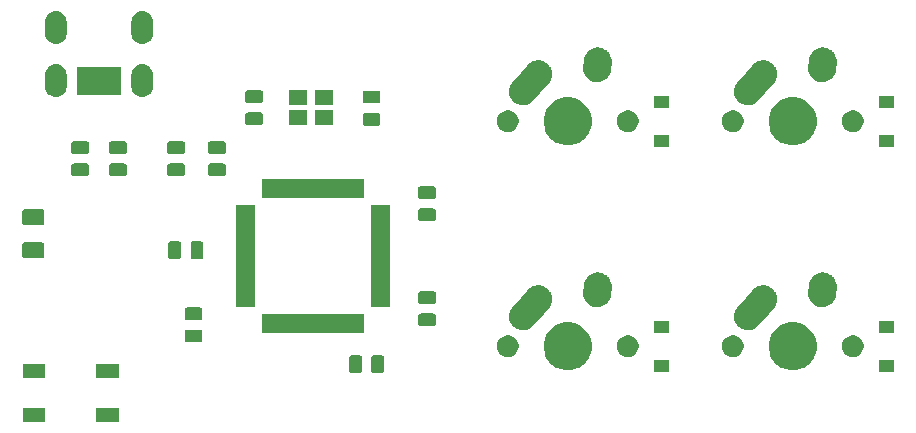
<source format=gbs>
G04 #@! TF.GenerationSoftware,KiCad,Pcbnew,(5.1.5)-3*
G04 #@! TF.CreationDate,2020-07-11T00:43:04+09:00*
G04 #@! TF.ProjectId,kicad-pcb-01,6b696361-642d-4706-9362-2d30312e6b69,rev?*
G04 #@! TF.SameCoordinates,Original*
G04 #@! TF.FileFunction,Soldermask,Bot*
G04 #@! TF.FilePolarity,Negative*
%FSLAX46Y46*%
G04 Gerber Fmt 4.6, Leading zero omitted, Abs format (unit mm)*
G04 Created by KiCad (PCBNEW (5.1.5)-3) date 2020-07-11 00:43:04*
%MOMM*%
%LPD*%
G04 APERTURE LIST*
%ADD10C,0.100000*%
G04 APERTURE END LIST*
D10*
G36*
X110413500Y-138976000D02*
G01*
X108511500Y-138976000D01*
X108511500Y-137774000D01*
X110413500Y-137774000D01*
X110413500Y-138976000D01*
G37*
G36*
X104213500Y-138976000D02*
G01*
X102311500Y-138976000D01*
X102311500Y-137774000D01*
X104213500Y-137774000D01*
X104213500Y-138976000D01*
G37*
G36*
X110413500Y-135276000D02*
G01*
X108511500Y-135276000D01*
X108511500Y-134074000D01*
X110413500Y-134074000D01*
X110413500Y-135276000D01*
G37*
G36*
X104213500Y-135276000D02*
G01*
X102311500Y-135276000D01*
X102311500Y-134074000D01*
X104213500Y-134074000D01*
X104213500Y-135276000D01*
G37*
G36*
X130847718Y-133333815D02*
G01*
X130886388Y-133345546D01*
X130922027Y-133364596D01*
X130953267Y-133390233D01*
X130978904Y-133421473D01*
X130997954Y-133457112D01*
X131009685Y-133495782D01*
X131014250Y-133542138D01*
X131014250Y-134618362D01*
X131009685Y-134664718D01*
X130997954Y-134703388D01*
X130978904Y-134739027D01*
X130953267Y-134770267D01*
X130922027Y-134795904D01*
X130886388Y-134814954D01*
X130847718Y-134826685D01*
X130801362Y-134831250D01*
X130150138Y-134831250D01*
X130103782Y-134826685D01*
X130065112Y-134814954D01*
X130029473Y-134795904D01*
X129998233Y-134770267D01*
X129972596Y-134739027D01*
X129953546Y-134703388D01*
X129941815Y-134664718D01*
X129937250Y-134618362D01*
X129937250Y-133542138D01*
X129941815Y-133495782D01*
X129953546Y-133457112D01*
X129972596Y-133421473D01*
X129998233Y-133390233D01*
X130029473Y-133364596D01*
X130065112Y-133345546D01*
X130103782Y-133333815D01*
X130150138Y-133329250D01*
X130801362Y-133329250D01*
X130847718Y-133333815D01*
G37*
G36*
X132722718Y-133333815D02*
G01*
X132761388Y-133345546D01*
X132797027Y-133364596D01*
X132828267Y-133390233D01*
X132853904Y-133421473D01*
X132872954Y-133457112D01*
X132884685Y-133495782D01*
X132889250Y-133542138D01*
X132889250Y-134618362D01*
X132884685Y-134664718D01*
X132872954Y-134703388D01*
X132853904Y-134739027D01*
X132828267Y-134770267D01*
X132797027Y-134795904D01*
X132761388Y-134814954D01*
X132722718Y-134826685D01*
X132676362Y-134831250D01*
X132025138Y-134831250D01*
X131978782Y-134826685D01*
X131940112Y-134814954D01*
X131904473Y-134795904D01*
X131873233Y-134770267D01*
X131847596Y-134739027D01*
X131828546Y-134703388D01*
X131816815Y-134664718D01*
X131812250Y-134618362D01*
X131812250Y-133542138D01*
X131816815Y-133495782D01*
X131828546Y-133457112D01*
X131847596Y-133421473D01*
X131873233Y-133390233D01*
X131904473Y-133364596D01*
X131940112Y-133345546D01*
X131978782Y-133333815D01*
X132025138Y-133329250D01*
X132676362Y-133329250D01*
X132722718Y-133333815D01*
G37*
G36*
X176069750Y-134707250D02*
G01*
X174767750Y-134707250D01*
X174767750Y-133705250D01*
X176069750Y-133705250D01*
X176069750Y-134707250D01*
G37*
G36*
X157019750Y-134707250D02*
G01*
X155717750Y-134707250D01*
X155717750Y-133705250D01*
X157019750Y-133705250D01*
X157019750Y-134707250D01*
G37*
G36*
X149027724Y-130589934D02*
G01*
X149245724Y-130680233D01*
X149399873Y-130744083D01*
X149734798Y-130967873D01*
X150019627Y-131252702D01*
X150243417Y-131587627D01*
X150275812Y-131665836D01*
X150397566Y-131959776D01*
X150476150Y-132354844D01*
X150476150Y-132757656D01*
X150397566Y-133152724D01*
X150322303Y-133334424D01*
X150243417Y-133524873D01*
X150019627Y-133859798D01*
X149734798Y-134144627D01*
X149399873Y-134368417D01*
X149245724Y-134432267D01*
X149027724Y-134522566D01*
X148632656Y-134601150D01*
X148229844Y-134601150D01*
X147834776Y-134522566D01*
X147616776Y-134432267D01*
X147462627Y-134368417D01*
X147127702Y-134144627D01*
X146842873Y-133859798D01*
X146619083Y-133524873D01*
X146540197Y-133334424D01*
X146464934Y-133152724D01*
X146386350Y-132757656D01*
X146386350Y-132354844D01*
X146464934Y-131959776D01*
X146586688Y-131665836D01*
X146619083Y-131587627D01*
X146842873Y-131252702D01*
X147127702Y-130967873D01*
X147462627Y-130744083D01*
X147616776Y-130680233D01*
X147834776Y-130589934D01*
X148229844Y-130511350D01*
X148632656Y-130511350D01*
X149027724Y-130589934D01*
G37*
G36*
X168077724Y-130589934D02*
G01*
X168295724Y-130680233D01*
X168449873Y-130744083D01*
X168784798Y-130967873D01*
X169069627Y-131252702D01*
X169293417Y-131587627D01*
X169325812Y-131665836D01*
X169447566Y-131959776D01*
X169526150Y-132354844D01*
X169526150Y-132757656D01*
X169447566Y-133152724D01*
X169372303Y-133334424D01*
X169293417Y-133524873D01*
X169069627Y-133859798D01*
X168784798Y-134144627D01*
X168449873Y-134368417D01*
X168295724Y-134432267D01*
X168077724Y-134522566D01*
X167682656Y-134601150D01*
X167279844Y-134601150D01*
X166884776Y-134522566D01*
X166666776Y-134432267D01*
X166512627Y-134368417D01*
X166177702Y-134144627D01*
X165892873Y-133859798D01*
X165669083Y-133524873D01*
X165590197Y-133334424D01*
X165514934Y-133152724D01*
X165436350Y-132757656D01*
X165436350Y-132354844D01*
X165514934Y-131959776D01*
X165636688Y-131665836D01*
X165669083Y-131587627D01*
X165892873Y-131252702D01*
X166177702Y-130967873D01*
X166512627Y-130744083D01*
X166666776Y-130680233D01*
X166884776Y-130589934D01*
X167279844Y-130511350D01*
X167682656Y-130511350D01*
X168077724Y-130589934D01*
G37*
G36*
X143621354Y-131665835D02*
G01*
X143789876Y-131735639D01*
X143941541Y-131836978D01*
X144070522Y-131965959D01*
X144171861Y-132117624D01*
X144241665Y-132286146D01*
X144277250Y-132465047D01*
X144277250Y-132647453D01*
X144241665Y-132826354D01*
X144171861Y-132994876D01*
X144070522Y-133146541D01*
X143941541Y-133275522D01*
X143789876Y-133376861D01*
X143621354Y-133446665D01*
X143442453Y-133482250D01*
X143260047Y-133482250D01*
X143081146Y-133446665D01*
X142912624Y-133376861D01*
X142760959Y-133275522D01*
X142631978Y-133146541D01*
X142530639Y-132994876D01*
X142460835Y-132826354D01*
X142425250Y-132647453D01*
X142425250Y-132465047D01*
X142460835Y-132286146D01*
X142530639Y-132117624D01*
X142631978Y-131965959D01*
X142760959Y-131836978D01*
X142912624Y-131735639D01*
X143081146Y-131665835D01*
X143260047Y-131630250D01*
X143442453Y-131630250D01*
X143621354Y-131665835D01*
G37*
G36*
X153781354Y-131665835D02*
G01*
X153949876Y-131735639D01*
X154101541Y-131836978D01*
X154230522Y-131965959D01*
X154331861Y-132117624D01*
X154401665Y-132286146D01*
X154437250Y-132465047D01*
X154437250Y-132647453D01*
X154401665Y-132826354D01*
X154331861Y-132994876D01*
X154230522Y-133146541D01*
X154101541Y-133275522D01*
X153949876Y-133376861D01*
X153781354Y-133446665D01*
X153602453Y-133482250D01*
X153420047Y-133482250D01*
X153241146Y-133446665D01*
X153072624Y-133376861D01*
X152920959Y-133275522D01*
X152791978Y-133146541D01*
X152690639Y-132994876D01*
X152620835Y-132826354D01*
X152585250Y-132647453D01*
X152585250Y-132465047D01*
X152620835Y-132286146D01*
X152690639Y-132117624D01*
X152791978Y-131965959D01*
X152920959Y-131836978D01*
X153072624Y-131735639D01*
X153241146Y-131665835D01*
X153420047Y-131630250D01*
X153602453Y-131630250D01*
X153781354Y-131665835D01*
G37*
G36*
X162671354Y-131665835D02*
G01*
X162839876Y-131735639D01*
X162991541Y-131836978D01*
X163120522Y-131965959D01*
X163221861Y-132117624D01*
X163291665Y-132286146D01*
X163327250Y-132465047D01*
X163327250Y-132647453D01*
X163291665Y-132826354D01*
X163221861Y-132994876D01*
X163120522Y-133146541D01*
X162991541Y-133275522D01*
X162839876Y-133376861D01*
X162671354Y-133446665D01*
X162492453Y-133482250D01*
X162310047Y-133482250D01*
X162131146Y-133446665D01*
X161962624Y-133376861D01*
X161810959Y-133275522D01*
X161681978Y-133146541D01*
X161580639Y-132994876D01*
X161510835Y-132826354D01*
X161475250Y-132647453D01*
X161475250Y-132465047D01*
X161510835Y-132286146D01*
X161580639Y-132117624D01*
X161681978Y-131965959D01*
X161810959Y-131836978D01*
X161962624Y-131735639D01*
X162131146Y-131665835D01*
X162310047Y-131630250D01*
X162492453Y-131630250D01*
X162671354Y-131665835D01*
G37*
G36*
X172831354Y-131665835D02*
G01*
X172999876Y-131735639D01*
X173151541Y-131836978D01*
X173280522Y-131965959D01*
X173381861Y-132117624D01*
X173451665Y-132286146D01*
X173487250Y-132465047D01*
X173487250Y-132647453D01*
X173451665Y-132826354D01*
X173381861Y-132994876D01*
X173280522Y-133146541D01*
X173151541Y-133275522D01*
X172999876Y-133376861D01*
X172831354Y-133446665D01*
X172652453Y-133482250D01*
X172470047Y-133482250D01*
X172291146Y-133446665D01*
X172122624Y-133376861D01*
X171970959Y-133275522D01*
X171841978Y-133146541D01*
X171740639Y-132994876D01*
X171670835Y-132826354D01*
X171635250Y-132647453D01*
X171635250Y-132465047D01*
X171670835Y-132286146D01*
X171740639Y-132117624D01*
X171841978Y-131965959D01*
X171970959Y-131836978D01*
X172122624Y-131735639D01*
X172291146Y-131665835D01*
X172470047Y-131630250D01*
X172652453Y-131630250D01*
X172831354Y-131665835D01*
G37*
G36*
X117329218Y-131150065D02*
G01*
X117367888Y-131161796D01*
X117403527Y-131180846D01*
X117434767Y-131206483D01*
X117460404Y-131237723D01*
X117479454Y-131273362D01*
X117491185Y-131312032D01*
X117495750Y-131358388D01*
X117495750Y-132009612D01*
X117491185Y-132055968D01*
X117479454Y-132094638D01*
X117460404Y-132130277D01*
X117434767Y-132161517D01*
X117403527Y-132187154D01*
X117367888Y-132206204D01*
X117329218Y-132217935D01*
X117282862Y-132222500D01*
X116206638Y-132222500D01*
X116160282Y-132217935D01*
X116121612Y-132206204D01*
X116085973Y-132187154D01*
X116054733Y-132161517D01*
X116029096Y-132130277D01*
X116010046Y-132094638D01*
X115998315Y-132055968D01*
X115993750Y-132009612D01*
X115993750Y-131358388D01*
X115998315Y-131312032D01*
X116010046Y-131273362D01*
X116029096Y-131237723D01*
X116054733Y-131206483D01*
X116085973Y-131180846D01*
X116121612Y-131161796D01*
X116160282Y-131150065D01*
X116206638Y-131145500D01*
X117282862Y-131145500D01*
X117329218Y-131150065D01*
G37*
G36*
X131167250Y-131437250D02*
G01*
X122515250Y-131437250D01*
X122515250Y-129835250D01*
X131167250Y-129835250D01*
X131167250Y-131437250D01*
G37*
G36*
X157019750Y-131407250D02*
G01*
X155717750Y-131407250D01*
X155717750Y-130405250D01*
X157019750Y-130405250D01*
X157019750Y-131407250D01*
G37*
G36*
X176069750Y-131407250D02*
G01*
X174767750Y-131407250D01*
X174767750Y-130405250D01*
X176069750Y-130405250D01*
X176069750Y-131407250D01*
G37*
G36*
X145954455Y-127380131D02*
G01*
X145959895Y-127380250D01*
X146047078Y-127380250D01*
X146063347Y-127383486D01*
X146082206Y-127385765D01*
X146098782Y-127386496D01*
X146183473Y-127407260D01*
X146188768Y-127408434D01*
X146274277Y-127425443D01*
X146289612Y-127431795D01*
X146307651Y-127437705D01*
X146323771Y-127441657D01*
X146402754Y-127478530D01*
X146407744Y-127480727D01*
X146488295Y-127514092D01*
X146502091Y-127523310D01*
X146518643Y-127532632D01*
X146533676Y-127539650D01*
X146603944Y-127591221D01*
X146608442Y-127594372D01*
X146680906Y-127642791D01*
X146692633Y-127654518D01*
X146707059Y-127666898D01*
X146720429Y-127676711D01*
X146720430Y-127676712D01*
X146779271Y-127740983D01*
X146783079Y-127744964D01*
X146844709Y-127806594D01*
X146853924Y-127820385D01*
X146865646Y-127835328D01*
X146876855Y-127847571D01*
X146922049Y-127922124D01*
X146924996Y-127926751D01*
X146973408Y-127999205D01*
X146979755Y-128014527D01*
X146988342Y-128031481D01*
X146996941Y-128045667D01*
X147026728Y-128127618D01*
X147028702Y-128132698D01*
X147062057Y-128213223D01*
X147062057Y-128213224D01*
X147065291Y-128229483D01*
X147070408Y-128247792D01*
X147076075Y-128263384D01*
X147089305Y-128349595D01*
X147090251Y-128354963D01*
X147107250Y-128440423D01*
X147107250Y-128457002D01*
X147108694Y-128475942D01*
X147111213Y-128492354D01*
X147107370Y-128579499D01*
X147107250Y-128584939D01*
X147107250Y-128672075D01*
X147104016Y-128688333D01*
X147101738Y-128707191D01*
X147101006Y-128723781D01*
X147080238Y-128808487D01*
X147079062Y-128813787D01*
X147062057Y-128899277D01*
X147055707Y-128914607D01*
X147049799Y-128932643D01*
X147045845Y-128948770D01*
X147008961Y-129027776D01*
X147006761Y-129032773D01*
X146973408Y-129113295D01*
X146964194Y-129127085D01*
X146954872Y-129143637D01*
X146947852Y-129158674D01*
X146896261Y-129228970D01*
X146893116Y-129233460D01*
X146844711Y-129305904D01*
X146787710Y-129362905D01*
X146783061Y-129367813D01*
X146398375Y-129796546D01*
X145457973Y-130844626D01*
X145329929Y-130961852D01*
X145230880Y-131021896D01*
X145131833Y-131081939D01*
X144914116Y-131161073D01*
X144685145Y-131196211D01*
X144453720Y-131186004D01*
X144228731Y-131130843D01*
X144123977Y-131081939D01*
X144018829Y-131032852D01*
X143922088Y-130961852D01*
X143832073Y-130895789D01*
X143755247Y-130811873D01*
X143675648Y-130724929D01*
X143593814Y-130589935D01*
X143555561Y-130526833D01*
X143476427Y-130309116D01*
X143441289Y-130080145D01*
X143451496Y-129848720D01*
X143506657Y-129623731D01*
X143570386Y-129487222D01*
X143604648Y-129413830D01*
X143616000Y-129398362D01*
X143707364Y-129273872D01*
X144462495Y-128432277D01*
X144994037Y-127839871D01*
X145004931Y-127825839D01*
X145017789Y-127806596D01*
X145074823Y-127749562D01*
X145079473Y-127744653D01*
X145094528Y-127727874D01*
X145115951Y-127708261D01*
X145119932Y-127704453D01*
X145181596Y-127642789D01*
X145195393Y-127633570D01*
X145210352Y-127621835D01*
X145222571Y-127610648D01*
X145254635Y-127591211D01*
X145297080Y-127565481D01*
X145301671Y-127562558D01*
X145374205Y-127514092D01*
X145389550Y-127507736D01*
X145406498Y-127499151D01*
X145420666Y-127490562D01*
X145420667Y-127490562D01*
X145420668Y-127490561D01*
X145502562Y-127460795D01*
X145507660Y-127458813D01*
X145588223Y-127425443D01*
X145604502Y-127422205D01*
X145622792Y-127417094D01*
X145638385Y-127411427D01*
X145724550Y-127398204D01*
X145729913Y-127397259D01*
X145815423Y-127380250D01*
X145832016Y-127380250D01*
X145850959Y-127378805D01*
X145867356Y-127376289D01*
X145954455Y-127380131D01*
G37*
G36*
X165004455Y-127380131D02*
G01*
X165009895Y-127380250D01*
X165097078Y-127380250D01*
X165113347Y-127383486D01*
X165132206Y-127385765D01*
X165148782Y-127386496D01*
X165233473Y-127407260D01*
X165238768Y-127408434D01*
X165324277Y-127425443D01*
X165339612Y-127431795D01*
X165357651Y-127437705D01*
X165373771Y-127441657D01*
X165452754Y-127478530D01*
X165457744Y-127480727D01*
X165538295Y-127514092D01*
X165552091Y-127523310D01*
X165568643Y-127532632D01*
X165583676Y-127539650D01*
X165653944Y-127591221D01*
X165658442Y-127594372D01*
X165730906Y-127642791D01*
X165742633Y-127654518D01*
X165757059Y-127666898D01*
X165770429Y-127676711D01*
X165770430Y-127676712D01*
X165829271Y-127740983D01*
X165833079Y-127744964D01*
X165894709Y-127806594D01*
X165903924Y-127820385D01*
X165915646Y-127835328D01*
X165926855Y-127847571D01*
X165972049Y-127922124D01*
X165974996Y-127926751D01*
X166023408Y-127999205D01*
X166029755Y-128014527D01*
X166038342Y-128031481D01*
X166046941Y-128045667D01*
X166076728Y-128127618D01*
X166078702Y-128132698D01*
X166112057Y-128213223D01*
X166112057Y-128213224D01*
X166115291Y-128229483D01*
X166120408Y-128247792D01*
X166126075Y-128263384D01*
X166139305Y-128349595D01*
X166140251Y-128354963D01*
X166157250Y-128440423D01*
X166157250Y-128457002D01*
X166158694Y-128475942D01*
X166161213Y-128492354D01*
X166157370Y-128579499D01*
X166157250Y-128584939D01*
X166157250Y-128672075D01*
X166154016Y-128688333D01*
X166151738Y-128707191D01*
X166151006Y-128723781D01*
X166130238Y-128808487D01*
X166129062Y-128813787D01*
X166112057Y-128899277D01*
X166105707Y-128914607D01*
X166099799Y-128932643D01*
X166095845Y-128948770D01*
X166058961Y-129027776D01*
X166056761Y-129032773D01*
X166023408Y-129113295D01*
X166014194Y-129127085D01*
X166004872Y-129143637D01*
X165997852Y-129158674D01*
X165946261Y-129228970D01*
X165943116Y-129233460D01*
X165894711Y-129305904D01*
X165837710Y-129362905D01*
X165833061Y-129367813D01*
X165448375Y-129796546D01*
X164507973Y-130844626D01*
X164379929Y-130961852D01*
X164280880Y-131021896D01*
X164181833Y-131081939D01*
X163964116Y-131161073D01*
X163735145Y-131196211D01*
X163503720Y-131186004D01*
X163278731Y-131130843D01*
X163173977Y-131081939D01*
X163068829Y-131032852D01*
X162972088Y-130961852D01*
X162882073Y-130895789D01*
X162805247Y-130811873D01*
X162725648Y-130724929D01*
X162643814Y-130589935D01*
X162605561Y-130526833D01*
X162526427Y-130309116D01*
X162491289Y-130080145D01*
X162501496Y-129848720D01*
X162556657Y-129623731D01*
X162620386Y-129487222D01*
X162654648Y-129413830D01*
X162666000Y-129398362D01*
X162757364Y-129273872D01*
X163512495Y-128432277D01*
X164044037Y-127839871D01*
X164054931Y-127825839D01*
X164067789Y-127806596D01*
X164124823Y-127749562D01*
X164129473Y-127744653D01*
X164144528Y-127727874D01*
X164165951Y-127708261D01*
X164169932Y-127704453D01*
X164231596Y-127642789D01*
X164245393Y-127633570D01*
X164260352Y-127621835D01*
X164272571Y-127610648D01*
X164304635Y-127591211D01*
X164347080Y-127565481D01*
X164351671Y-127562558D01*
X164424205Y-127514092D01*
X164439550Y-127507736D01*
X164456498Y-127499151D01*
X164470666Y-127490562D01*
X164470667Y-127490562D01*
X164470668Y-127490561D01*
X164552562Y-127460795D01*
X164557660Y-127458813D01*
X164638223Y-127425443D01*
X164654502Y-127422205D01*
X164672792Y-127417094D01*
X164688385Y-127411427D01*
X164774550Y-127398204D01*
X164779913Y-127397259D01*
X164865423Y-127380250D01*
X164882016Y-127380250D01*
X164900959Y-127378805D01*
X164917356Y-127376289D01*
X165004455Y-127380131D01*
G37*
G36*
X137109468Y-129784815D02*
G01*
X137148138Y-129796546D01*
X137183777Y-129815596D01*
X137215017Y-129841233D01*
X137240654Y-129872473D01*
X137259704Y-129908112D01*
X137271435Y-129946782D01*
X137276000Y-129993138D01*
X137276000Y-130644362D01*
X137271435Y-130690718D01*
X137259704Y-130729388D01*
X137240654Y-130765027D01*
X137215017Y-130796267D01*
X137183777Y-130821904D01*
X137148138Y-130840954D01*
X137109468Y-130852685D01*
X137063112Y-130857250D01*
X135986888Y-130857250D01*
X135940532Y-130852685D01*
X135901862Y-130840954D01*
X135866223Y-130821904D01*
X135834983Y-130796267D01*
X135809346Y-130765027D01*
X135790296Y-130729388D01*
X135778565Y-130690718D01*
X135774000Y-130644362D01*
X135774000Y-129993138D01*
X135778565Y-129946782D01*
X135790296Y-129908112D01*
X135809346Y-129872473D01*
X135834983Y-129841233D01*
X135866223Y-129815596D01*
X135901862Y-129796546D01*
X135940532Y-129784815D01*
X135986888Y-129780250D01*
X137063112Y-129780250D01*
X137109468Y-129784815D01*
G37*
G36*
X117329218Y-129275065D02*
G01*
X117367888Y-129286796D01*
X117403527Y-129305846D01*
X117434767Y-129331483D01*
X117460404Y-129362723D01*
X117479454Y-129398362D01*
X117491185Y-129437032D01*
X117495750Y-129483388D01*
X117495750Y-130134612D01*
X117491185Y-130180968D01*
X117479454Y-130219638D01*
X117460404Y-130255277D01*
X117434767Y-130286517D01*
X117403527Y-130312154D01*
X117367888Y-130331204D01*
X117329218Y-130342935D01*
X117282862Y-130347500D01*
X116206638Y-130347500D01*
X116160282Y-130342935D01*
X116121612Y-130331204D01*
X116085973Y-130312154D01*
X116054733Y-130286517D01*
X116029096Y-130255277D01*
X116010046Y-130219638D01*
X115998315Y-130180968D01*
X115993750Y-130134612D01*
X115993750Y-129483388D01*
X115998315Y-129437032D01*
X116010046Y-129398362D01*
X116029096Y-129362723D01*
X116054733Y-129331483D01*
X116085973Y-129305846D01*
X116121612Y-129286796D01*
X116160282Y-129275065D01*
X116206638Y-129270500D01*
X117282862Y-129270500D01*
X117329218Y-129275065D01*
G37*
G36*
X133342250Y-129262250D02*
G01*
X131740250Y-129262250D01*
X131740250Y-120610250D01*
X133342250Y-120610250D01*
X133342250Y-129262250D01*
G37*
G36*
X121942250Y-129262250D02*
G01*
X120340250Y-129262250D01*
X120340250Y-120610250D01*
X121942250Y-120610250D01*
X121942250Y-129262250D01*
G37*
G36*
X170109377Y-126298511D02*
G01*
X170130150Y-126300250D01*
X170137077Y-126300250D01*
X170232004Y-126319132D01*
X170235598Y-126319792D01*
X170330980Y-126335874D01*
X170337453Y-126338335D01*
X170357478Y-126344091D01*
X170364277Y-126345443D01*
X170426664Y-126371284D01*
X170453693Y-126382480D01*
X170457094Y-126383831D01*
X170547505Y-126418211D01*
X170553377Y-126421890D01*
X170571886Y-126431437D01*
X170578295Y-126434092D01*
X170658813Y-126487892D01*
X170661804Y-126489828D01*
X170743807Y-126541209D01*
X170748834Y-126545950D01*
X170765146Y-126558941D01*
X170770902Y-126562787D01*
X170839360Y-126631245D01*
X170841939Y-126633749D01*
X170912340Y-126700139D01*
X170916345Y-126705769D01*
X170929809Y-126721694D01*
X170934709Y-126726594D01*
X170988494Y-126807089D01*
X170990541Y-126810057D01*
X171046630Y-126888895D01*
X171049464Y-126895208D01*
X171059558Y-126913443D01*
X171063408Y-126919205D01*
X171100470Y-127008680D01*
X171101874Y-127011935D01*
X171141515Y-127100223D01*
X171143065Y-127106975D01*
X171149402Y-127126812D01*
X171152057Y-127133223D01*
X171170942Y-127228167D01*
X171171688Y-127231651D01*
X171193348Y-127326001D01*
X171193348Y-127326004D01*
X171193550Y-127332904D01*
X171195897Y-127353620D01*
X171197250Y-127360424D01*
X171197250Y-127457236D01*
X171197303Y-127460834D01*
X171198438Y-127499527D01*
X171197545Y-127512475D01*
X171197250Y-127521047D01*
X171197250Y-127592076D01*
X171191331Y-127621835D01*
X171190854Y-127624229D01*
X171188750Y-127640000D01*
X171150488Y-128194795D01*
X171121626Y-128365980D01*
X171039288Y-128582505D01*
X170916291Y-128778807D01*
X170757361Y-128947340D01*
X170568605Y-129081630D01*
X170357277Y-129176515D01*
X170131499Y-129228348D01*
X169899948Y-129235139D01*
X169899947Y-129235139D01*
X169854262Y-129227436D01*
X169671520Y-129196626D01*
X169454995Y-129114288D01*
X169258693Y-128991291D01*
X169090160Y-128832361D01*
X168955870Y-128643605D01*
X168860985Y-128432277D01*
X168809152Y-128206499D01*
X168804062Y-128032973D01*
X168844954Y-127440044D01*
X168845250Y-127431446D01*
X168845250Y-127360425D01*
X168864132Y-127265500D01*
X168864794Y-127261895D01*
X168870481Y-127228167D01*
X168880874Y-127166520D01*
X168883335Y-127160049D01*
X168889092Y-127140017D01*
X168890443Y-127133224D01*
X168893093Y-127126826D01*
X168927514Y-127043726D01*
X168928803Y-127040480D01*
X168963212Y-126949995D01*
X168966886Y-126944131D01*
X168976437Y-126925615D01*
X168979092Y-126919205D01*
X169032907Y-126838665D01*
X169034827Y-126835699D01*
X169086209Y-126753693D01*
X169090961Y-126748654D01*
X169103939Y-126732357D01*
X169107787Y-126726598D01*
X169176243Y-126658142D01*
X169178796Y-126655512D01*
X169199273Y-126633798D01*
X169245139Y-126585160D01*
X169250771Y-126581153D01*
X169266697Y-126567688D01*
X169271596Y-126562789D01*
X169352074Y-126509016D01*
X169355056Y-126506960D01*
X169433895Y-126450870D01*
X169440205Y-126448037D01*
X169458444Y-126437941D01*
X169464201Y-126434094D01*
X169464204Y-126434093D01*
X169464205Y-126434092D01*
X169553679Y-126397031D01*
X169556937Y-126395625D01*
X169645223Y-126355985D01*
X169651975Y-126354435D01*
X169671812Y-126348098D01*
X169678223Y-126345443D01*
X169773149Y-126326561D01*
X169776696Y-126325801D01*
X169871001Y-126304151D01*
X169873380Y-126304081D01*
X169877915Y-126303948D01*
X169898631Y-126301601D01*
X169905424Y-126300250D01*
X170002209Y-126300250D01*
X170005834Y-126300197D01*
X170102552Y-126297360D01*
X170109377Y-126298511D01*
G37*
G36*
X151059377Y-126298511D02*
G01*
X151080150Y-126300250D01*
X151087077Y-126300250D01*
X151182004Y-126319132D01*
X151185598Y-126319792D01*
X151280980Y-126335874D01*
X151287453Y-126338335D01*
X151307478Y-126344091D01*
X151314277Y-126345443D01*
X151376664Y-126371284D01*
X151403693Y-126382480D01*
X151407094Y-126383831D01*
X151497505Y-126418211D01*
X151503377Y-126421890D01*
X151521886Y-126431437D01*
X151528295Y-126434092D01*
X151608813Y-126487892D01*
X151611804Y-126489828D01*
X151693807Y-126541209D01*
X151698834Y-126545950D01*
X151715146Y-126558941D01*
X151720902Y-126562787D01*
X151789360Y-126631245D01*
X151791939Y-126633749D01*
X151862340Y-126700139D01*
X151866345Y-126705769D01*
X151879809Y-126721694D01*
X151884709Y-126726594D01*
X151938494Y-126807089D01*
X151940541Y-126810057D01*
X151996630Y-126888895D01*
X151999464Y-126895208D01*
X152009558Y-126913443D01*
X152013408Y-126919205D01*
X152050470Y-127008680D01*
X152051874Y-127011935D01*
X152091515Y-127100223D01*
X152093065Y-127106975D01*
X152099402Y-127126812D01*
X152102057Y-127133223D01*
X152120942Y-127228167D01*
X152121688Y-127231651D01*
X152143348Y-127326001D01*
X152143348Y-127326004D01*
X152143550Y-127332904D01*
X152145897Y-127353620D01*
X152147250Y-127360424D01*
X152147250Y-127457236D01*
X152147303Y-127460834D01*
X152148438Y-127499527D01*
X152147545Y-127512475D01*
X152147250Y-127521047D01*
X152147250Y-127592076D01*
X152141331Y-127621835D01*
X152140854Y-127624229D01*
X152138750Y-127640000D01*
X152100488Y-128194795D01*
X152071626Y-128365980D01*
X151989288Y-128582505D01*
X151866291Y-128778807D01*
X151707361Y-128947340D01*
X151518605Y-129081630D01*
X151307277Y-129176515D01*
X151081499Y-129228348D01*
X150849948Y-129235139D01*
X150849947Y-129235139D01*
X150804262Y-129227436D01*
X150621520Y-129196626D01*
X150404995Y-129114288D01*
X150208693Y-128991291D01*
X150040160Y-128832361D01*
X149905870Y-128643605D01*
X149810985Y-128432277D01*
X149759152Y-128206499D01*
X149754062Y-128032973D01*
X149794954Y-127440044D01*
X149795250Y-127431446D01*
X149795250Y-127360425D01*
X149814132Y-127265500D01*
X149814794Y-127261895D01*
X149820481Y-127228167D01*
X149830874Y-127166520D01*
X149833335Y-127160049D01*
X149839092Y-127140017D01*
X149840443Y-127133224D01*
X149843093Y-127126826D01*
X149877514Y-127043726D01*
X149878803Y-127040480D01*
X149913212Y-126949995D01*
X149916886Y-126944131D01*
X149926437Y-126925615D01*
X149929092Y-126919205D01*
X149982907Y-126838665D01*
X149984827Y-126835699D01*
X150036209Y-126753693D01*
X150040961Y-126748654D01*
X150053939Y-126732357D01*
X150057787Y-126726598D01*
X150126243Y-126658142D01*
X150128796Y-126655512D01*
X150149273Y-126633798D01*
X150195139Y-126585160D01*
X150200771Y-126581153D01*
X150216697Y-126567688D01*
X150221596Y-126562789D01*
X150302074Y-126509016D01*
X150305056Y-126506960D01*
X150383895Y-126450870D01*
X150390205Y-126448037D01*
X150408444Y-126437941D01*
X150414201Y-126434094D01*
X150414204Y-126434093D01*
X150414205Y-126434092D01*
X150503679Y-126397031D01*
X150506937Y-126395625D01*
X150595223Y-126355985D01*
X150601975Y-126354435D01*
X150621812Y-126348098D01*
X150628223Y-126345443D01*
X150723149Y-126326561D01*
X150726696Y-126325801D01*
X150821001Y-126304151D01*
X150823380Y-126304081D01*
X150827915Y-126303948D01*
X150848631Y-126301601D01*
X150855424Y-126300250D01*
X150952209Y-126300250D01*
X150955834Y-126300197D01*
X151052552Y-126297360D01*
X151059377Y-126298511D01*
G37*
G36*
X137109468Y-127909815D02*
G01*
X137148138Y-127921546D01*
X137183777Y-127940596D01*
X137215017Y-127966233D01*
X137240654Y-127997473D01*
X137259704Y-128033112D01*
X137271435Y-128071782D01*
X137276000Y-128118138D01*
X137276000Y-128769362D01*
X137271435Y-128815718D01*
X137259704Y-128854388D01*
X137240654Y-128890027D01*
X137215017Y-128921267D01*
X137183777Y-128946904D01*
X137148138Y-128965954D01*
X137109468Y-128977685D01*
X137063112Y-128982250D01*
X135986888Y-128982250D01*
X135940532Y-128977685D01*
X135901862Y-128965954D01*
X135866223Y-128946904D01*
X135834983Y-128921267D01*
X135809346Y-128890027D01*
X135790296Y-128854388D01*
X135778565Y-128815718D01*
X135774000Y-128769362D01*
X135774000Y-128118138D01*
X135778565Y-128071782D01*
X135790296Y-128033112D01*
X135809346Y-127997473D01*
X135834983Y-127966233D01*
X135866223Y-127940596D01*
X135901862Y-127921546D01*
X135940532Y-127909815D01*
X135986888Y-127905250D01*
X137063112Y-127905250D01*
X137109468Y-127909815D01*
G37*
G36*
X117404218Y-123681815D02*
G01*
X117442888Y-123693546D01*
X117478527Y-123712596D01*
X117509767Y-123738233D01*
X117535404Y-123769473D01*
X117554454Y-123805112D01*
X117566185Y-123843782D01*
X117570750Y-123890138D01*
X117570750Y-124966362D01*
X117566185Y-125012718D01*
X117554454Y-125051388D01*
X117535404Y-125087027D01*
X117509767Y-125118267D01*
X117478527Y-125143904D01*
X117442888Y-125162954D01*
X117404218Y-125174685D01*
X117357862Y-125179250D01*
X116706638Y-125179250D01*
X116660282Y-125174685D01*
X116621612Y-125162954D01*
X116585973Y-125143904D01*
X116554733Y-125118267D01*
X116529096Y-125087027D01*
X116510046Y-125051388D01*
X116498315Y-125012718D01*
X116493750Y-124966362D01*
X116493750Y-123890138D01*
X116498315Y-123843782D01*
X116510046Y-123805112D01*
X116529096Y-123769473D01*
X116554733Y-123738233D01*
X116585973Y-123712596D01*
X116621612Y-123693546D01*
X116660282Y-123681815D01*
X116706638Y-123677250D01*
X117357862Y-123677250D01*
X117404218Y-123681815D01*
G37*
G36*
X115529218Y-123681815D02*
G01*
X115567888Y-123693546D01*
X115603527Y-123712596D01*
X115634767Y-123738233D01*
X115660404Y-123769473D01*
X115679454Y-123805112D01*
X115691185Y-123843782D01*
X115695750Y-123890138D01*
X115695750Y-124966362D01*
X115691185Y-125012718D01*
X115679454Y-125051388D01*
X115660404Y-125087027D01*
X115634767Y-125118267D01*
X115603527Y-125143904D01*
X115567888Y-125162954D01*
X115529218Y-125174685D01*
X115482862Y-125179250D01*
X114831638Y-125179250D01*
X114785282Y-125174685D01*
X114746612Y-125162954D01*
X114710973Y-125143904D01*
X114679733Y-125118267D01*
X114654096Y-125087027D01*
X114635046Y-125051388D01*
X114623315Y-125012718D01*
X114618750Y-124966362D01*
X114618750Y-123890138D01*
X114623315Y-123843782D01*
X114635046Y-123805112D01*
X114654096Y-123769473D01*
X114679733Y-123738233D01*
X114710973Y-123712596D01*
X114746612Y-123693546D01*
X114785282Y-123681815D01*
X114831638Y-123677250D01*
X115482862Y-123677250D01*
X115529218Y-123681815D01*
G37*
G36*
X103956104Y-123759597D02*
G01*
X103992644Y-123770682D01*
X104026321Y-123788683D01*
X104055841Y-123812909D01*
X104080067Y-123842429D01*
X104098068Y-123876106D01*
X104109153Y-123912646D01*
X104113500Y-123956788D01*
X104113500Y-124905712D01*
X104109153Y-124949854D01*
X104098068Y-124986394D01*
X104080067Y-125020071D01*
X104055841Y-125049591D01*
X104026321Y-125073817D01*
X103992644Y-125091818D01*
X103956104Y-125102903D01*
X103911962Y-125107250D01*
X102463038Y-125107250D01*
X102418896Y-125102903D01*
X102382356Y-125091818D01*
X102348679Y-125073817D01*
X102319159Y-125049591D01*
X102294933Y-125020071D01*
X102276932Y-124986394D01*
X102265847Y-124949854D01*
X102261500Y-124905712D01*
X102261500Y-123956788D01*
X102265847Y-123912646D01*
X102276932Y-123876106D01*
X102294933Y-123842429D01*
X102319159Y-123812909D01*
X102348679Y-123788683D01*
X102382356Y-123770682D01*
X102418896Y-123759597D01*
X102463038Y-123755250D01*
X103911962Y-123755250D01*
X103956104Y-123759597D01*
G37*
G36*
X103956104Y-120959597D02*
G01*
X103992644Y-120970682D01*
X104026321Y-120988683D01*
X104055841Y-121012909D01*
X104080067Y-121042429D01*
X104098068Y-121076106D01*
X104109153Y-121112646D01*
X104113500Y-121156788D01*
X104113500Y-122105712D01*
X104109153Y-122149854D01*
X104098068Y-122186394D01*
X104080067Y-122220071D01*
X104055841Y-122249591D01*
X104026321Y-122273817D01*
X103992644Y-122291818D01*
X103956104Y-122302903D01*
X103911962Y-122307250D01*
X102463038Y-122307250D01*
X102418896Y-122302903D01*
X102382356Y-122291818D01*
X102348679Y-122273817D01*
X102319159Y-122249591D01*
X102294933Y-122220071D01*
X102276932Y-122186394D01*
X102265847Y-122149854D01*
X102261500Y-122105712D01*
X102261500Y-121156788D01*
X102265847Y-121112646D01*
X102276932Y-121076106D01*
X102294933Y-121042429D01*
X102319159Y-121012909D01*
X102348679Y-120988683D01*
X102382356Y-120970682D01*
X102418896Y-120959597D01*
X102463038Y-120955250D01*
X103911962Y-120955250D01*
X103956104Y-120959597D01*
G37*
G36*
X137077718Y-120894815D02*
G01*
X137116388Y-120906546D01*
X137152027Y-120925596D01*
X137183267Y-120951233D01*
X137208904Y-120982473D01*
X137227954Y-121018112D01*
X137239685Y-121056782D01*
X137244250Y-121103138D01*
X137244250Y-121754362D01*
X137239685Y-121800718D01*
X137227954Y-121839388D01*
X137208904Y-121875027D01*
X137183267Y-121906267D01*
X137152027Y-121931904D01*
X137116388Y-121950954D01*
X137077718Y-121962685D01*
X137031362Y-121967250D01*
X135955138Y-121967250D01*
X135908782Y-121962685D01*
X135870112Y-121950954D01*
X135834473Y-121931904D01*
X135803233Y-121906267D01*
X135777596Y-121875027D01*
X135758546Y-121839388D01*
X135746815Y-121800718D01*
X135742250Y-121754362D01*
X135742250Y-121103138D01*
X135746815Y-121056782D01*
X135758546Y-121018112D01*
X135777596Y-120982473D01*
X135803233Y-120951233D01*
X135834473Y-120925596D01*
X135870112Y-120906546D01*
X135908782Y-120894815D01*
X135955138Y-120890250D01*
X137031362Y-120890250D01*
X137077718Y-120894815D01*
G37*
G36*
X137077718Y-119019815D02*
G01*
X137116388Y-119031546D01*
X137152027Y-119050596D01*
X137183267Y-119076233D01*
X137208904Y-119107473D01*
X137227954Y-119143112D01*
X137239685Y-119181782D01*
X137244250Y-119228138D01*
X137244250Y-119879362D01*
X137239685Y-119925718D01*
X137227954Y-119964388D01*
X137208904Y-120000027D01*
X137183267Y-120031267D01*
X137152027Y-120056904D01*
X137116388Y-120075954D01*
X137077718Y-120087685D01*
X137031362Y-120092250D01*
X135955138Y-120092250D01*
X135908782Y-120087685D01*
X135870112Y-120075954D01*
X135834473Y-120056904D01*
X135803233Y-120031267D01*
X135777596Y-120000027D01*
X135758546Y-119964388D01*
X135746815Y-119925718D01*
X135742250Y-119879362D01*
X135742250Y-119228138D01*
X135746815Y-119181782D01*
X135758546Y-119143112D01*
X135777596Y-119107473D01*
X135803233Y-119076233D01*
X135834473Y-119050596D01*
X135870112Y-119031546D01*
X135908782Y-119019815D01*
X135955138Y-119015250D01*
X137031362Y-119015250D01*
X137077718Y-119019815D01*
G37*
G36*
X131167250Y-120037250D02*
G01*
X122515250Y-120037250D01*
X122515250Y-118435250D01*
X131167250Y-118435250D01*
X131167250Y-120037250D01*
G37*
G36*
X119297718Y-117084815D02*
G01*
X119336388Y-117096546D01*
X119372027Y-117115596D01*
X119403267Y-117141233D01*
X119428904Y-117172473D01*
X119447954Y-117208112D01*
X119459685Y-117246782D01*
X119464250Y-117293138D01*
X119464250Y-117944362D01*
X119459685Y-117990718D01*
X119447954Y-118029388D01*
X119428904Y-118065027D01*
X119403267Y-118096267D01*
X119372027Y-118121904D01*
X119336388Y-118140954D01*
X119297718Y-118152685D01*
X119251362Y-118157250D01*
X118175138Y-118157250D01*
X118128782Y-118152685D01*
X118090112Y-118140954D01*
X118054473Y-118121904D01*
X118023233Y-118096267D01*
X117997596Y-118065027D01*
X117978546Y-118029388D01*
X117966815Y-117990718D01*
X117962250Y-117944362D01*
X117962250Y-117293138D01*
X117966815Y-117246782D01*
X117978546Y-117208112D01*
X117997596Y-117172473D01*
X118023233Y-117141233D01*
X118054473Y-117115596D01*
X118090112Y-117096546D01*
X118128782Y-117084815D01*
X118175138Y-117080250D01*
X119251362Y-117080250D01*
X119297718Y-117084815D01*
G37*
G36*
X115868718Y-117084815D02*
G01*
X115907388Y-117096546D01*
X115943027Y-117115596D01*
X115974267Y-117141233D01*
X115999904Y-117172473D01*
X116018954Y-117208112D01*
X116030685Y-117246782D01*
X116035250Y-117293138D01*
X116035250Y-117944362D01*
X116030685Y-117990718D01*
X116018954Y-118029388D01*
X115999904Y-118065027D01*
X115974267Y-118096267D01*
X115943027Y-118121904D01*
X115907388Y-118140954D01*
X115868718Y-118152685D01*
X115822362Y-118157250D01*
X114746138Y-118157250D01*
X114699782Y-118152685D01*
X114661112Y-118140954D01*
X114625473Y-118121904D01*
X114594233Y-118096267D01*
X114568596Y-118065027D01*
X114549546Y-118029388D01*
X114537815Y-117990718D01*
X114533250Y-117944362D01*
X114533250Y-117293138D01*
X114537815Y-117246782D01*
X114549546Y-117208112D01*
X114568596Y-117172473D01*
X114594233Y-117141233D01*
X114625473Y-117115596D01*
X114661112Y-117096546D01*
X114699782Y-117084815D01*
X114746138Y-117080250D01*
X115822362Y-117080250D01*
X115868718Y-117084815D01*
G37*
G36*
X107740718Y-117084815D02*
G01*
X107779388Y-117096546D01*
X107815027Y-117115596D01*
X107846267Y-117141233D01*
X107871904Y-117172473D01*
X107890954Y-117208112D01*
X107902685Y-117246782D01*
X107907250Y-117293138D01*
X107907250Y-117944362D01*
X107902685Y-117990718D01*
X107890954Y-118029388D01*
X107871904Y-118065027D01*
X107846267Y-118096267D01*
X107815027Y-118121904D01*
X107779388Y-118140954D01*
X107740718Y-118152685D01*
X107694362Y-118157250D01*
X106618138Y-118157250D01*
X106571782Y-118152685D01*
X106533112Y-118140954D01*
X106497473Y-118121904D01*
X106466233Y-118096267D01*
X106440596Y-118065027D01*
X106421546Y-118029388D01*
X106409815Y-117990718D01*
X106405250Y-117944362D01*
X106405250Y-117293138D01*
X106409815Y-117246782D01*
X106421546Y-117208112D01*
X106440596Y-117172473D01*
X106466233Y-117141233D01*
X106497473Y-117115596D01*
X106533112Y-117096546D01*
X106571782Y-117084815D01*
X106618138Y-117080250D01*
X107694362Y-117080250D01*
X107740718Y-117084815D01*
G37*
G36*
X110915718Y-117084815D02*
G01*
X110954388Y-117096546D01*
X110990027Y-117115596D01*
X111021267Y-117141233D01*
X111046904Y-117172473D01*
X111065954Y-117208112D01*
X111077685Y-117246782D01*
X111082250Y-117293138D01*
X111082250Y-117944362D01*
X111077685Y-117990718D01*
X111065954Y-118029388D01*
X111046904Y-118065027D01*
X111021267Y-118096267D01*
X110990027Y-118121904D01*
X110954388Y-118140954D01*
X110915718Y-118152685D01*
X110869362Y-118157250D01*
X109793138Y-118157250D01*
X109746782Y-118152685D01*
X109708112Y-118140954D01*
X109672473Y-118121904D01*
X109641233Y-118096267D01*
X109615596Y-118065027D01*
X109596546Y-118029388D01*
X109584815Y-117990718D01*
X109580250Y-117944362D01*
X109580250Y-117293138D01*
X109584815Y-117246782D01*
X109596546Y-117208112D01*
X109615596Y-117172473D01*
X109641233Y-117141233D01*
X109672473Y-117115596D01*
X109708112Y-117096546D01*
X109746782Y-117084815D01*
X109793138Y-117080250D01*
X110869362Y-117080250D01*
X110915718Y-117084815D01*
G37*
G36*
X115868718Y-115209815D02*
G01*
X115907388Y-115221546D01*
X115943027Y-115240596D01*
X115974267Y-115266233D01*
X115999904Y-115297473D01*
X116018954Y-115333112D01*
X116030685Y-115371782D01*
X116035250Y-115418138D01*
X116035250Y-116069362D01*
X116030685Y-116115718D01*
X116018954Y-116154388D01*
X115999904Y-116190027D01*
X115974267Y-116221267D01*
X115943027Y-116246904D01*
X115907388Y-116265954D01*
X115868718Y-116277685D01*
X115822362Y-116282250D01*
X114746138Y-116282250D01*
X114699782Y-116277685D01*
X114661112Y-116265954D01*
X114625473Y-116246904D01*
X114594233Y-116221267D01*
X114568596Y-116190027D01*
X114549546Y-116154388D01*
X114537815Y-116115718D01*
X114533250Y-116069362D01*
X114533250Y-115418138D01*
X114537815Y-115371782D01*
X114549546Y-115333112D01*
X114568596Y-115297473D01*
X114594233Y-115266233D01*
X114625473Y-115240596D01*
X114661112Y-115221546D01*
X114699782Y-115209815D01*
X114746138Y-115205250D01*
X115822362Y-115205250D01*
X115868718Y-115209815D01*
G37*
G36*
X110915718Y-115209815D02*
G01*
X110954388Y-115221546D01*
X110990027Y-115240596D01*
X111021267Y-115266233D01*
X111046904Y-115297473D01*
X111065954Y-115333112D01*
X111077685Y-115371782D01*
X111082250Y-115418138D01*
X111082250Y-116069362D01*
X111077685Y-116115718D01*
X111065954Y-116154388D01*
X111046904Y-116190027D01*
X111021267Y-116221267D01*
X110990027Y-116246904D01*
X110954388Y-116265954D01*
X110915718Y-116277685D01*
X110869362Y-116282250D01*
X109793138Y-116282250D01*
X109746782Y-116277685D01*
X109708112Y-116265954D01*
X109672473Y-116246904D01*
X109641233Y-116221267D01*
X109615596Y-116190027D01*
X109596546Y-116154388D01*
X109584815Y-116115718D01*
X109580250Y-116069362D01*
X109580250Y-115418138D01*
X109584815Y-115371782D01*
X109596546Y-115333112D01*
X109615596Y-115297473D01*
X109641233Y-115266233D01*
X109672473Y-115240596D01*
X109708112Y-115221546D01*
X109746782Y-115209815D01*
X109793138Y-115205250D01*
X110869362Y-115205250D01*
X110915718Y-115209815D01*
G37*
G36*
X119297718Y-115209815D02*
G01*
X119336388Y-115221546D01*
X119372027Y-115240596D01*
X119403267Y-115266233D01*
X119428904Y-115297473D01*
X119447954Y-115333112D01*
X119459685Y-115371782D01*
X119464250Y-115418138D01*
X119464250Y-116069362D01*
X119459685Y-116115718D01*
X119447954Y-116154388D01*
X119428904Y-116190027D01*
X119403267Y-116221267D01*
X119372027Y-116246904D01*
X119336388Y-116265954D01*
X119297718Y-116277685D01*
X119251362Y-116282250D01*
X118175138Y-116282250D01*
X118128782Y-116277685D01*
X118090112Y-116265954D01*
X118054473Y-116246904D01*
X118023233Y-116221267D01*
X117997596Y-116190027D01*
X117978546Y-116154388D01*
X117966815Y-116115718D01*
X117962250Y-116069362D01*
X117962250Y-115418138D01*
X117966815Y-115371782D01*
X117978546Y-115333112D01*
X117997596Y-115297473D01*
X118023233Y-115266233D01*
X118054473Y-115240596D01*
X118090112Y-115221546D01*
X118128782Y-115209815D01*
X118175138Y-115205250D01*
X119251362Y-115205250D01*
X119297718Y-115209815D01*
G37*
G36*
X107740718Y-115209815D02*
G01*
X107779388Y-115221546D01*
X107815027Y-115240596D01*
X107846267Y-115266233D01*
X107871904Y-115297473D01*
X107890954Y-115333112D01*
X107902685Y-115371782D01*
X107907250Y-115418138D01*
X107907250Y-116069362D01*
X107902685Y-116115718D01*
X107890954Y-116154388D01*
X107871904Y-116190027D01*
X107846267Y-116221267D01*
X107815027Y-116246904D01*
X107779388Y-116265954D01*
X107740718Y-116277685D01*
X107694362Y-116282250D01*
X106618138Y-116282250D01*
X106571782Y-116277685D01*
X106533112Y-116265954D01*
X106497473Y-116246904D01*
X106466233Y-116221267D01*
X106440596Y-116190027D01*
X106421546Y-116154388D01*
X106409815Y-116115718D01*
X106405250Y-116069362D01*
X106405250Y-115418138D01*
X106409815Y-115371782D01*
X106421546Y-115333112D01*
X106440596Y-115297473D01*
X106466233Y-115266233D01*
X106497473Y-115240596D01*
X106533112Y-115221546D01*
X106571782Y-115209815D01*
X106618138Y-115205250D01*
X107694362Y-115205250D01*
X107740718Y-115209815D01*
G37*
G36*
X176069750Y-115657250D02*
G01*
X174767750Y-115657250D01*
X174767750Y-114655250D01*
X176069750Y-114655250D01*
X176069750Y-115657250D01*
G37*
G36*
X157019750Y-115657250D02*
G01*
X155717750Y-115657250D01*
X155717750Y-114655250D01*
X157019750Y-114655250D01*
X157019750Y-115657250D01*
G37*
G36*
X168077724Y-111539934D02*
G01*
X168295724Y-111630233D01*
X168449873Y-111694083D01*
X168784798Y-111917873D01*
X169069627Y-112202702D01*
X169293417Y-112537627D01*
X169325812Y-112615836D01*
X169447566Y-112909776D01*
X169526150Y-113304844D01*
X169526150Y-113707656D01*
X169447566Y-114102724D01*
X169396701Y-114225522D01*
X169293417Y-114474873D01*
X169069627Y-114809798D01*
X168784798Y-115094627D01*
X168449873Y-115318417D01*
X168321810Y-115371462D01*
X168077724Y-115472566D01*
X167682656Y-115551150D01*
X167279844Y-115551150D01*
X166884776Y-115472566D01*
X166640690Y-115371462D01*
X166512627Y-115318417D01*
X166177702Y-115094627D01*
X165892873Y-114809798D01*
X165669083Y-114474873D01*
X165565799Y-114225522D01*
X165514934Y-114102724D01*
X165436350Y-113707656D01*
X165436350Y-113304844D01*
X165514934Y-112909776D01*
X165636688Y-112615836D01*
X165669083Y-112537627D01*
X165892873Y-112202702D01*
X166177702Y-111917873D01*
X166512627Y-111694083D01*
X166666776Y-111630233D01*
X166884776Y-111539934D01*
X167279844Y-111461350D01*
X167682656Y-111461350D01*
X168077724Y-111539934D01*
G37*
G36*
X149027724Y-111539934D02*
G01*
X149245724Y-111630233D01*
X149399873Y-111694083D01*
X149734798Y-111917873D01*
X150019627Y-112202702D01*
X150243417Y-112537627D01*
X150275812Y-112615836D01*
X150397566Y-112909776D01*
X150476150Y-113304844D01*
X150476150Y-113707656D01*
X150397566Y-114102724D01*
X150346701Y-114225522D01*
X150243417Y-114474873D01*
X150019627Y-114809798D01*
X149734798Y-115094627D01*
X149399873Y-115318417D01*
X149271810Y-115371462D01*
X149027724Y-115472566D01*
X148632656Y-115551150D01*
X148229844Y-115551150D01*
X147834776Y-115472566D01*
X147590690Y-115371462D01*
X147462627Y-115318417D01*
X147127702Y-115094627D01*
X146842873Y-114809798D01*
X146619083Y-114474873D01*
X146515799Y-114225522D01*
X146464934Y-114102724D01*
X146386350Y-113707656D01*
X146386350Y-113304844D01*
X146464934Y-112909776D01*
X146586688Y-112615836D01*
X146619083Y-112537627D01*
X146842873Y-112202702D01*
X147127702Y-111917873D01*
X147462627Y-111694083D01*
X147616776Y-111630233D01*
X147834776Y-111539934D01*
X148229844Y-111461350D01*
X148632656Y-111461350D01*
X149027724Y-111539934D01*
G37*
G36*
X172831354Y-112615835D02*
G01*
X172999876Y-112685639D01*
X173151541Y-112786978D01*
X173280522Y-112915959D01*
X173381861Y-113067624D01*
X173451665Y-113236146D01*
X173487250Y-113415047D01*
X173487250Y-113597453D01*
X173451665Y-113776354D01*
X173381861Y-113944876D01*
X173280522Y-114096541D01*
X173151541Y-114225522D01*
X172999876Y-114326861D01*
X172831354Y-114396665D01*
X172652453Y-114432250D01*
X172470047Y-114432250D01*
X172291146Y-114396665D01*
X172122624Y-114326861D01*
X171970959Y-114225522D01*
X171841978Y-114096541D01*
X171740639Y-113944876D01*
X171670835Y-113776354D01*
X171635250Y-113597453D01*
X171635250Y-113415047D01*
X171670835Y-113236146D01*
X171740639Y-113067624D01*
X171841978Y-112915959D01*
X171970959Y-112786978D01*
X172122624Y-112685639D01*
X172291146Y-112615835D01*
X172470047Y-112580250D01*
X172652453Y-112580250D01*
X172831354Y-112615835D01*
G37*
G36*
X162671354Y-112615835D02*
G01*
X162839876Y-112685639D01*
X162991541Y-112786978D01*
X163120522Y-112915959D01*
X163221861Y-113067624D01*
X163291665Y-113236146D01*
X163327250Y-113415047D01*
X163327250Y-113597453D01*
X163291665Y-113776354D01*
X163221861Y-113944876D01*
X163120522Y-114096541D01*
X162991541Y-114225522D01*
X162839876Y-114326861D01*
X162671354Y-114396665D01*
X162492453Y-114432250D01*
X162310047Y-114432250D01*
X162131146Y-114396665D01*
X161962624Y-114326861D01*
X161810959Y-114225522D01*
X161681978Y-114096541D01*
X161580639Y-113944876D01*
X161510835Y-113776354D01*
X161475250Y-113597453D01*
X161475250Y-113415047D01*
X161510835Y-113236146D01*
X161580639Y-113067624D01*
X161681978Y-112915959D01*
X161810959Y-112786978D01*
X161962624Y-112685639D01*
X162131146Y-112615835D01*
X162310047Y-112580250D01*
X162492453Y-112580250D01*
X162671354Y-112615835D01*
G37*
G36*
X143621354Y-112615835D02*
G01*
X143789876Y-112685639D01*
X143941541Y-112786978D01*
X144070522Y-112915959D01*
X144171861Y-113067624D01*
X144241665Y-113236146D01*
X144277250Y-113415047D01*
X144277250Y-113597453D01*
X144241665Y-113776354D01*
X144171861Y-113944876D01*
X144070522Y-114096541D01*
X143941541Y-114225522D01*
X143789876Y-114326861D01*
X143621354Y-114396665D01*
X143442453Y-114432250D01*
X143260047Y-114432250D01*
X143081146Y-114396665D01*
X142912624Y-114326861D01*
X142760959Y-114225522D01*
X142631978Y-114096541D01*
X142530639Y-113944876D01*
X142460835Y-113776354D01*
X142425250Y-113597453D01*
X142425250Y-113415047D01*
X142460835Y-113236146D01*
X142530639Y-113067624D01*
X142631978Y-112915959D01*
X142760959Y-112786978D01*
X142912624Y-112685639D01*
X143081146Y-112615835D01*
X143260047Y-112580250D01*
X143442453Y-112580250D01*
X143621354Y-112615835D01*
G37*
G36*
X153781354Y-112615835D02*
G01*
X153949876Y-112685639D01*
X154101541Y-112786978D01*
X154230522Y-112915959D01*
X154331861Y-113067624D01*
X154401665Y-113236146D01*
X154437250Y-113415047D01*
X154437250Y-113597453D01*
X154401665Y-113776354D01*
X154331861Y-113944876D01*
X154230522Y-114096541D01*
X154101541Y-114225522D01*
X153949876Y-114326861D01*
X153781354Y-114396665D01*
X153602453Y-114432250D01*
X153420047Y-114432250D01*
X153241146Y-114396665D01*
X153072624Y-114326861D01*
X152920959Y-114225522D01*
X152791978Y-114096541D01*
X152690639Y-113944876D01*
X152620835Y-113776354D01*
X152585250Y-113597453D01*
X152585250Y-113415047D01*
X152620835Y-113236146D01*
X152690639Y-113067624D01*
X152791978Y-112915959D01*
X152920959Y-112786978D01*
X153072624Y-112685639D01*
X153241146Y-112615835D01*
X153420047Y-112580250D01*
X153602453Y-112580250D01*
X153781354Y-112615835D01*
G37*
G36*
X132410468Y-112798565D02*
G01*
X132449138Y-112810296D01*
X132484777Y-112829346D01*
X132516017Y-112854983D01*
X132541654Y-112886223D01*
X132560704Y-112921862D01*
X132572435Y-112960532D01*
X132577000Y-113006888D01*
X132577000Y-113658112D01*
X132572435Y-113704468D01*
X132560704Y-113743138D01*
X132541654Y-113778777D01*
X132516017Y-113810017D01*
X132484777Y-113835654D01*
X132449138Y-113854704D01*
X132410468Y-113866435D01*
X132364112Y-113871000D01*
X131287888Y-113871000D01*
X131241532Y-113866435D01*
X131202862Y-113854704D01*
X131167223Y-113835654D01*
X131135983Y-113810017D01*
X131110346Y-113778777D01*
X131091296Y-113743138D01*
X131079565Y-113704468D01*
X131075000Y-113658112D01*
X131075000Y-113006888D01*
X131079565Y-112960532D01*
X131091296Y-112921862D01*
X131110346Y-112886223D01*
X131135983Y-112854983D01*
X131167223Y-112829346D01*
X131202862Y-112810296D01*
X131241532Y-112798565D01*
X131287888Y-112794000D01*
X132364112Y-112794000D01*
X132410468Y-112798565D01*
G37*
G36*
X126365250Y-113864250D02*
G01*
X124863250Y-113864250D01*
X124863250Y-112562250D01*
X126365250Y-112562250D01*
X126365250Y-113864250D01*
G37*
G36*
X128565250Y-113864250D02*
G01*
X127063250Y-113864250D01*
X127063250Y-112562250D01*
X128565250Y-112562250D01*
X128565250Y-113864250D01*
G37*
G36*
X122472718Y-112766815D02*
G01*
X122511388Y-112778546D01*
X122547027Y-112797596D01*
X122578267Y-112823233D01*
X122603904Y-112854473D01*
X122622954Y-112890112D01*
X122634685Y-112928782D01*
X122639250Y-112975138D01*
X122639250Y-113626362D01*
X122634685Y-113672718D01*
X122622954Y-113711388D01*
X122603904Y-113747027D01*
X122578267Y-113778267D01*
X122547027Y-113803904D01*
X122511388Y-113822954D01*
X122472718Y-113834685D01*
X122426362Y-113839250D01*
X121350138Y-113839250D01*
X121303782Y-113834685D01*
X121265112Y-113822954D01*
X121229473Y-113803904D01*
X121198233Y-113778267D01*
X121172596Y-113747027D01*
X121153546Y-113711388D01*
X121141815Y-113672718D01*
X121137250Y-113626362D01*
X121137250Y-112975138D01*
X121141815Y-112928782D01*
X121153546Y-112890112D01*
X121172596Y-112854473D01*
X121198233Y-112823233D01*
X121229473Y-112797596D01*
X121265112Y-112778546D01*
X121303782Y-112766815D01*
X121350138Y-112762250D01*
X122426362Y-112762250D01*
X122472718Y-112766815D01*
G37*
G36*
X176069750Y-112357250D02*
G01*
X174767750Y-112357250D01*
X174767750Y-111355250D01*
X176069750Y-111355250D01*
X176069750Y-112357250D01*
G37*
G36*
X157019750Y-112357250D02*
G01*
X155717750Y-112357250D01*
X155717750Y-111355250D01*
X157019750Y-111355250D01*
X157019750Y-112357250D01*
G37*
G36*
X128565250Y-112164250D02*
G01*
X127063250Y-112164250D01*
X127063250Y-110862250D01*
X128565250Y-110862250D01*
X128565250Y-112164250D01*
G37*
G36*
X126365250Y-112164250D02*
G01*
X124863250Y-112164250D01*
X124863250Y-110862250D01*
X126365250Y-110862250D01*
X126365250Y-112164250D01*
G37*
G36*
X165004455Y-108330131D02*
G01*
X165009895Y-108330250D01*
X165097078Y-108330250D01*
X165113347Y-108333486D01*
X165132206Y-108335765D01*
X165148782Y-108336496D01*
X165233473Y-108357260D01*
X165238768Y-108358434D01*
X165324277Y-108375443D01*
X165339612Y-108381795D01*
X165357651Y-108387705D01*
X165373771Y-108391657D01*
X165452754Y-108428530D01*
X165457744Y-108430727D01*
X165538295Y-108464092D01*
X165552091Y-108473310D01*
X165568643Y-108482632D01*
X165583676Y-108489650D01*
X165653944Y-108541221D01*
X165658442Y-108544372D01*
X165730906Y-108592791D01*
X165742633Y-108604518D01*
X165757059Y-108616898D01*
X165770429Y-108626711D01*
X165819937Y-108680787D01*
X165829271Y-108690983D01*
X165833079Y-108694964D01*
X165894709Y-108756594D01*
X165903924Y-108770385D01*
X165915646Y-108785328D01*
X165926855Y-108797571D01*
X165972049Y-108872124D01*
X165974996Y-108876751D01*
X166023408Y-108949205D01*
X166029755Y-108964527D01*
X166038342Y-108981481D01*
X166046941Y-108995667D01*
X166076728Y-109077618D01*
X166078702Y-109082698D01*
X166112057Y-109163223D01*
X166112057Y-109163224D01*
X166115291Y-109179483D01*
X166120408Y-109197792D01*
X166126075Y-109213384D01*
X166139305Y-109299595D01*
X166140251Y-109304963D01*
X166157250Y-109390423D01*
X166157250Y-109407002D01*
X166158694Y-109425942D01*
X166161213Y-109442354D01*
X166157370Y-109529499D01*
X166157250Y-109534939D01*
X166157250Y-109622075D01*
X166154016Y-109638333D01*
X166151738Y-109657191D01*
X166151006Y-109673781D01*
X166130238Y-109758487D01*
X166129062Y-109763787D01*
X166112057Y-109849277D01*
X166105707Y-109864607D01*
X166099799Y-109882643D01*
X166095845Y-109898770D01*
X166058961Y-109977776D01*
X166056761Y-109982773D01*
X166023408Y-110063295D01*
X166014194Y-110077085D01*
X166004872Y-110093637D01*
X165997852Y-110108674D01*
X165946261Y-110178970D01*
X165943116Y-110183460D01*
X165894711Y-110255904D01*
X165837710Y-110312905D01*
X165833061Y-110317813D01*
X165099182Y-111135722D01*
X164507973Y-111794626D01*
X164379929Y-111911852D01*
X164280881Y-111971895D01*
X164181833Y-112031939D01*
X163964116Y-112111073D01*
X163735145Y-112146211D01*
X163503720Y-112136004D01*
X163278731Y-112080843D01*
X163173977Y-112031939D01*
X163068829Y-111982852D01*
X163003652Y-111935017D01*
X162882073Y-111845789D01*
X162792114Y-111747528D01*
X162725648Y-111674929D01*
X162643814Y-111539935D01*
X162605561Y-111476833D01*
X162526427Y-111259116D01*
X162491289Y-111030145D01*
X162501496Y-110798720D01*
X162556657Y-110573731D01*
X162608222Y-110463278D01*
X162654648Y-110363830D01*
X162654650Y-110363827D01*
X162757364Y-110223872D01*
X163503659Y-109392125D01*
X164044037Y-108789871D01*
X164054931Y-108775839D01*
X164067789Y-108756596D01*
X164124823Y-108699562D01*
X164129473Y-108694653D01*
X164144528Y-108677874D01*
X164165951Y-108658261D01*
X164169932Y-108654453D01*
X164231596Y-108592789D01*
X164245393Y-108583570D01*
X164260352Y-108571835D01*
X164272571Y-108560648D01*
X164304635Y-108541211D01*
X164347080Y-108515481D01*
X164351671Y-108512558D01*
X164424205Y-108464092D01*
X164439550Y-108457736D01*
X164456498Y-108449151D01*
X164470666Y-108440562D01*
X164470667Y-108440562D01*
X164470668Y-108440561D01*
X164552562Y-108410795D01*
X164557660Y-108408813D01*
X164638223Y-108375443D01*
X164654502Y-108372205D01*
X164672792Y-108367094D01*
X164688385Y-108361427D01*
X164774550Y-108348204D01*
X164779913Y-108347259D01*
X164865423Y-108330250D01*
X164882016Y-108330250D01*
X164900959Y-108328805D01*
X164917356Y-108326289D01*
X165004455Y-108330131D01*
G37*
G36*
X145954455Y-108330131D02*
G01*
X145959895Y-108330250D01*
X146047078Y-108330250D01*
X146063347Y-108333486D01*
X146082206Y-108335765D01*
X146098782Y-108336496D01*
X146183473Y-108357260D01*
X146188768Y-108358434D01*
X146274277Y-108375443D01*
X146289612Y-108381795D01*
X146307651Y-108387705D01*
X146323771Y-108391657D01*
X146402754Y-108428530D01*
X146407744Y-108430727D01*
X146488295Y-108464092D01*
X146502091Y-108473310D01*
X146518643Y-108482632D01*
X146533676Y-108489650D01*
X146603944Y-108541221D01*
X146608442Y-108544372D01*
X146680906Y-108592791D01*
X146692633Y-108604518D01*
X146707059Y-108616898D01*
X146720429Y-108626711D01*
X146769937Y-108680787D01*
X146779271Y-108690983D01*
X146783079Y-108694964D01*
X146844709Y-108756594D01*
X146853924Y-108770385D01*
X146865646Y-108785328D01*
X146876855Y-108797571D01*
X146922049Y-108872124D01*
X146924996Y-108876751D01*
X146973408Y-108949205D01*
X146979755Y-108964527D01*
X146988342Y-108981481D01*
X146996941Y-108995667D01*
X147026728Y-109077618D01*
X147028702Y-109082698D01*
X147062057Y-109163223D01*
X147062057Y-109163224D01*
X147065291Y-109179483D01*
X147070408Y-109197792D01*
X147076075Y-109213384D01*
X147089305Y-109299595D01*
X147090251Y-109304963D01*
X147107250Y-109390423D01*
X147107250Y-109407002D01*
X147108694Y-109425942D01*
X147111213Y-109442354D01*
X147107370Y-109529499D01*
X147107250Y-109534939D01*
X147107250Y-109622075D01*
X147104016Y-109638333D01*
X147101738Y-109657191D01*
X147101006Y-109673781D01*
X147080238Y-109758487D01*
X147079062Y-109763787D01*
X147062057Y-109849277D01*
X147055707Y-109864607D01*
X147049799Y-109882643D01*
X147045845Y-109898770D01*
X147008961Y-109977776D01*
X147006761Y-109982773D01*
X146973408Y-110063295D01*
X146964194Y-110077085D01*
X146954872Y-110093637D01*
X146947852Y-110108674D01*
X146896261Y-110178970D01*
X146893116Y-110183460D01*
X146844711Y-110255904D01*
X146787710Y-110312905D01*
X146783061Y-110317813D01*
X146049182Y-111135722D01*
X145457973Y-111794626D01*
X145329929Y-111911852D01*
X145230881Y-111971895D01*
X145131833Y-112031939D01*
X144914116Y-112111073D01*
X144685145Y-112146211D01*
X144453720Y-112136004D01*
X144228731Y-112080843D01*
X144123977Y-112031939D01*
X144018829Y-111982852D01*
X143953652Y-111935017D01*
X143832073Y-111845789D01*
X143742114Y-111747528D01*
X143675648Y-111674929D01*
X143593814Y-111539935D01*
X143555561Y-111476833D01*
X143476427Y-111259116D01*
X143441289Y-111030145D01*
X143451496Y-110798720D01*
X143506657Y-110573731D01*
X143558222Y-110463278D01*
X143604648Y-110363830D01*
X143604650Y-110363827D01*
X143707364Y-110223872D01*
X144453659Y-109392125D01*
X144994037Y-108789871D01*
X145004931Y-108775839D01*
X145017789Y-108756596D01*
X145074823Y-108699562D01*
X145079473Y-108694653D01*
X145094528Y-108677874D01*
X145115951Y-108658261D01*
X145119932Y-108654453D01*
X145181596Y-108592789D01*
X145195393Y-108583570D01*
X145210352Y-108571835D01*
X145222571Y-108560648D01*
X145254635Y-108541211D01*
X145297080Y-108515481D01*
X145301671Y-108512558D01*
X145374205Y-108464092D01*
X145389550Y-108457736D01*
X145406498Y-108449151D01*
X145420666Y-108440562D01*
X145420667Y-108440562D01*
X145420668Y-108440561D01*
X145502562Y-108410795D01*
X145507660Y-108408813D01*
X145588223Y-108375443D01*
X145604502Y-108372205D01*
X145622792Y-108367094D01*
X145638385Y-108361427D01*
X145724550Y-108348204D01*
X145729913Y-108347259D01*
X145815423Y-108330250D01*
X145832016Y-108330250D01*
X145850959Y-108328805D01*
X145867356Y-108326289D01*
X145954455Y-108330131D01*
G37*
G36*
X132410468Y-110923565D02*
G01*
X132449138Y-110935296D01*
X132484777Y-110954346D01*
X132516017Y-110979983D01*
X132541654Y-111011223D01*
X132560704Y-111046862D01*
X132572435Y-111085532D01*
X132577000Y-111131888D01*
X132577000Y-111783112D01*
X132572435Y-111829468D01*
X132560704Y-111868138D01*
X132541654Y-111903777D01*
X132516017Y-111935017D01*
X132484777Y-111960654D01*
X132449138Y-111979704D01*
X132410468Y-111991435D01*
X132364112Y-111996000D01*
X131287888Y-111996000D01*
X131241532Y-111991435D01*
X131202862Y-111979704D01*
X131167223Y-111960654D01*
X131135983Y-111935017D01*
X131110346Y-111903777D01*
X131091296Y-111868138D01*
X131079565Y-111829468D01*
X131075000Y-111783112D01*
X131075000Y-111131888D01*
X131079565Y-111085532D01*
X131091296Y-111046862D01*
X131110346Y-111011223D01*
X131135983Y-110979983D01*
X131167223Y-110954346D01*
X131202862Y-110935296D01*
X131241532Y-110923565D01*
X131287888Y-110919000D01*
X132364112Y-110919000D01*
X132410468Y-110923565D01*
G37*
G36*
X122472718Y-110891815D02*
G01*
X122511388Y-110903546D01*
X122547027Y-110922596D01*
X122578267Y-110948233D01*
X122603904Y-110979473D01*
X122622954Y-111015112D01*
X122634685Y-111053782D01*
X122639250Y-111100138D01*
X122639250Y-111751362D01*
X122634685Y-111797718D01*
X122622954Y-111836388D01*
X122603904Y-111872027D01*
X122578267Y-111903267D01*
X122547027Y-111928904D01*
X122511388Y-111947954D01*
X122472718Y-111959685D01*
X122426362Y-111964250D01*
X121350138Y-111964250D01*
X121303782Y-111959685D01*
X121265112Y-111947954D01*
X121229473Y-111928904D01*
X121198233Y-111903267D01*
X121172596Y-111872027D01*
X121153546Y-111836388D01*
X121141815Y-111797718D01*
X121137250Y-111751362D01*
X121137250Y-111100138D01*
X121141815Y-111053782D01*
X121153546Y-111015112D01*
X121172596Y-110979473D01*
X121198233Y-110948233D01*
X121229473Y-110922596D01*
X121265112Y-110903546D01*
X121303782Y-110891815D01*
X121350138Y-110887250D01*
X122426362Y-110887250D01*
X122472718Y-110891815D01*
G37*
G36*
X112570377Y-108680787D02*
G01*
X112740216Y-108732307D01*
X112896741Y-108815972D01*
X112932479Y-108845302D01*
X113033936Y-108928564D01*
X113089004Y-108995666D01*
X113146528Y-109065759D01*
X113230193Y-109222284D01*
X113281713Y-109392123D01*
X113281713Y-109392125D01*
X113294750Y-109524490D01*
X113294750Y-110613010D01*
X113288232Y-110679192D01*
X113281713Y-110745377D01*
X113230193Y-110915216D01*
X113146528Y-111071741D01*
X113117198Y-111107479D01*
X113033936Y-111208936D01*
X112896739Y-111321529D01*
X112740217Y-111405192D01*
X112740215Y-111405193D01*
X112570376Y-111456713D01*
X112393750Y-111474109D01*
X112217123Y-111456713D01*
X112047284Y-111405193D01*
X111890759Y-111321528D01*
X111814716Y-111259121D01*
X111753564Y-111208936D01*
X111640971Y-111071739D01*
X111557308Y-110915217D01*
X111555041Y-110907745D01*
X111505787Y-110745376D01*
X111492750Y-110613007D01*
X111492751Y-109524492D01*
X111505788Y-109392123D01*
X111557308Y-109222284D01*
X111640973Y-109065759D01*
X111698497Y-108995666D01*
X111753565Y-108928564D01*
X111855022Y-108845302D01*
X111890760Y-108815972D01*
X112047285Y-108732307D01*
X112217124Y-108680787D01*
X112393750Y-108663391D01*
X112570377Y-108680787D01*
G37*
G36*
X105270377Y-108680787D02*
G01*
X105440216Y-108732307D01*
X105596741Y-108815972D01*
X105632479Y-108845302D01*
X105733936Y-108928564D01*
X105789004Y-108995666D01*
X105846528Y-109065759D01*
X105930193Y-109222284D01*
X105981713Y-109392123D01*
X105981713Y-109392125D01*
X105994750Y-109524490D01*
X105994750Y-110613010D01*
X105988232Y-110679192D01*
X105981713Y-110745377D01*
X105930193Y-110915216D01*
X105846528Y-111071741D01*
X105817198Y-111107479D01*
X105733936Y-111208936D01*
X105596739Y-111321529D01*
X105440217Y-111405192D01*
X105440215Y-111405193D01*
X105270376Y-111456713D01*
X105093750Y-111474109D01*
X104917123Y-111456713D01*
X104747284Y-111405193D01*
X104590759Y-111321528D01*
X104514716Y-111259121D01*
X104453564Y-111208936D01*
X104340971Y-111071739D01*
X104257308Y-110915217D01*
X104255041Y-110907745D01*
X104205787Y-110745376D01*
X104192750Y-110613007D01*
X104192751Y-109524492D01*
X104205788Y-109392123D01*
X104257308Y-109222284D01*
X104340973Y-109065759D01*
X104398497Y-108995666D01*
X104453565Y-108928564D01*
X104555022Y-108845302D01*
X104590760Y-108815972D01*
X104747285Y-108732307D01*
X104917124Y-108680787D01*
X105093750Y-108663391D01*
X105270377Y-108680787D01*
G37*
G36*
X110644750Y-111244750D02*
G01*
X106842750Y-111244750D01*
X106842750Y-108892750D01*
X110644750Y-108892750D01*
X110644750Y-111244750D01*
G37*
G36*
X151059377Y-107248511D02*
G01*
X151080150Y-107250250D01*
X151087077Y-107250250D01*
X151182004Y-107269132D01*
X151185598Y-107269792D01*
X151280980Y-107285874D01*
X151287453Y-107288335D01*
X151307478Y-107294091D01*
X151314277Y-107295443D01*
X151376664Y-107321284D01*
X151403693Y-107332480D01*
X151407094Y-107333831D01*
X151497505Y-107368211D01*
X151503377Y-107371890D01*
X151521886Y-107381437D01*
X151528295Y-107384092D01*
X151608813Y-107437892D01*
X151611804Y-107439828D01*
X151693807Y-107491209D01*
X151698834Y-107495950D01*
X151715146Y-107508941D01*
X151720902Y-107512787D01*
X151789360Y-107581245D01*
X151791939Y-107583749D01*
X151862340Y-107650139D01*
X151866345Y-107655769D01*
X151879809Y-107671694D01*
X151884709Y-107676594D01*
X151938494Y-107757089D01*
X151940541Y-107760057D01*
X151996630Y-107838895D01*
X151999464Y-107845208D01*
X152009558Y-107863443D01*
X152013408Y-107869205D01*
X152050470Y-107958680D01*
X152051874Y-107961935D01*
X152091515Y-108050223D01*
X152093065Y-108056975D01*
X152099402Y-108076812D01*
X152102057Y-108083223D01*
X152120942Y-108178167D01*
X152121688Y-108181651D01*
X152143348Y-108276001D01*
X152143348Y-108276004D01*
X152143550Y-108282904D01*
X152145897Y-108303620D01*
X152147250Y-108310424D01*
X152147250Y-108407236D01*
X152147303Y-108410834D01*
X152148438Y-108449527D01*
X152147545Y-108462475D01*
X152147250Y-108471047D01*
X152147250Y-108542076D01*
X152141331Y-108571835D01*
X152140854Y-108574229D01*
X152138750Y-108590000D01*
X152100488Y-109144795D01*
X152071626Y-109315980D01*
X151989288Y-109532505D01*
X151866291Y-109728807D01*
X151707361Y-109897340D01*
X151518605Y-110031630D01*
X151307277Y-110126515D01*
X151081499Y-110178348D01*
X150849948Y-110185139D01*
X150849947Y-110185139D01*
X150804262Y-110177436D01*
X150621520Y-110146626D01*
X150404995Y-110064288D01*
X150208693Y-109941291D01*
X150040160Y-109782361D01*
X149905870Y-109593605D01*
X149810985Y-109382277D01*
X149759152Y-109156499D01*
X149754062Y-108982973D01*
X149794954Y-108390044D01*
X149795250Y-108381446D01*
X149795250Y-108310425D01*
X149814132Y-108215500D01*
X149814794Y-108211895D01*
X149820481Y-108178167D01*
X149830874Y-108116520D01*
X149833335Y-108110049D01*
X149839092Y-108090017D01*
X149840443Y-108083224D01*
X149843093Y-108076826D01*
X149877514Y-107993726D01*
X149878803Y-107990480D01*
X149913212Y-107899995D01*
X149916886Y-107894131D01*
X149926437Y-107875615D01*
X149929092Y-107869205D01*
X149982907Y-107788665D01*
X149984827Y-107785699D01*
X150036209Y-107703693D01*
X150040961Y-107698654D01*
X150053939Y-107682357D01*
X150057787Y-107676598D01*
X150126243Y-107608142D01*
X150128796Y-107605512D01*
X150149273Y-107583798D01*
X150195139Y-107535160D01*
X150200771Y-107531153D01*
X150216697Y-107517688D01*
X150221596Y-107512789D01*
X150302074Y-107459016D01*
X150305056Y-107456960D01*
X150383895Y-107400870D01*
X150390205Y-107398037D01*
X150408444Y-107387941D01*
X150414201Y-107384094D01*
X150414204Y-107384093D01*
X150414205Y-107384092D01*
X150503679Y-107347031D01*
X150506937Y-107345625D01*
X150595223Y-107305985D01*
X150601975Y-107304435D01*
X150621812Y-107298098D01*
X150628223Y-107295443D01*
X150723149Y-107276561D01*
X150726696Y-107275801D01*
X150821001Y-107254151D01*
X150823380Y-107254081D01*
X150827915Y-107253948D01*
X150848631Y-107251601D01*
X150855424Y-107250250D01*
X150952209Y-107250250D01*
X150955834Y-107250197D01*
X151052552Y-107247360D01*
X151059377Y-107248511D01*
G37*
G36*
X170109377Y-107248511D02*
G01*
X170130150Y-107250250D01*
X170137077Y-107250250D01*
X170232004Y-107269132D01*
X170235598Y-107269792D01*
X170330980Y-107285874D01*
X170337453Y-107288335D01*
X170357478Y-107294091D01*
X170364277Y-107295443D01*
X170426664Y-107321284D01*
X170453693Y-107332480D01*
X170457094Y-107333831D01*
X170547505Y-107368211D01*
X170553377Y-107371890D01*
X170571886Y-107381437D01*
X170578295Y-107384092D01*
X170658813Y-107437892D01*
X170661804Y-107439828D01*
X170743807Y-107491209D01*
X170748834Y-107495950D01*
X170765146Y-107508941D01*
X170770902Y-107512787D01*
X170839360Y-107581245D01*
X170841939Y-107583749D01*
X170912340Y-107650139D01*
X170916345Y-107655769D01*
X170929809Y-107671694D01*
X170934709Y-107676594D01*
X170988494Y-107757089D01*
X170990541Y-107760057D01*
X171046630Y-107838895D01*
X171049464Y-107845208D01*
X171059558Y-107863443D01*
X171063408Y-107869205D01*
X171100470Y-107958680D01*
X171101874Y-107961935D01*
X171141515Y-108050223D01*
X171143065Y-108056975D01*
X171149402Y-108076812D01*
X171152057Y-108083223D01*
X171170942Y-108178167D01*
X171171688Y-108181651D01*
X171193348Y-108276001D01*
X171193348Y-108276004D01*
X171193550Y-108282904D01*
X171195897Y-108303620D01*
X171197250Y-108310424D01*
X171197250Y-108407236D01*
X171197303Y-108410834D01*
X171198438Y-108449527D01*
X171197545Y-108462475D01*
X171197250Y-108471047D01*
X171197250Y-108542076D01*
X171191331Y-108571835D01*
X171190854Y-108574229D01*
X171188750Y-108590000D01*
X171150488Y-109144795D01*
X171121626Y-109315980D01*
X171039288Y-109532505D01*
X170916291Y-109728807D01*
X170757361Y-109897340D01*
X170568605Y-110031630D01*
X170357277Y-110126515D01*
X170131499Y-110178348D01*
X169899948Y-110185139D01*
X169899947Y-110185139D01*
X169854262Y-110177436D01*
X169671520Y-110146626D01*
X169454995Y-110064288D01*
X169258693Y-109941291D01*
X169090160Y-109782361D01*
X168955870Y-109593605D01*
X168860985Y-109382277D01*
X168809152Y-109156499D01*
X168804062Y-108982973D01*
X168844954Y-108390044D01*
X168845250Y-108381446D01*
X168845250Y-108310425D01*
X168864132Y-108215500D01*
X168864794Y-108211895D01*
X168870481Y-108178167D01*
X168880874Y-108116520D01*
X168883335Y-108110049D01*
X168889092Y-108090017D01*
X168890443Y-108083224D01*
X168893093Y-108076826D01*
X168927514Y-107993726D01*
X168928803Y-107990480D01*
X168963212Y-107899995D01*
X168966886Y-107894131D01*
X168976437Y-107875615D01*
X168979092Y-107869205D01*
X169032907Y-107788665D01*
X169034827Y-107785699D01*
X169086209Y-107703693D01*
X169090961Y-107698654D01*
X169103939Y-107682357D01*
X169107787Y-107676598D01*
X169176243Y-107608142D01*
X169178796Y-107605512D01*
X169199273Y-107583798D01*
X169245139Y-107535160D01*
X169250771Y-107531153D01*
X169266697Y-107517688D01*
X169271596Y-107512789D01*
X169352074Y-107459016D01*
X169355056Y-107456960D01*
X169433895Y-107400870D01*
X169440205Y-107398037D01*
X169458444Y-107387941D01*
X169464201Y-107384094D01*
X169464204Y-107384093D01*
X169464205Y-107384092D01*
X169553679Y-107347031D01*
X169556937Y-107345625D01*
X169645223Y-107305985D01*
X169651975Y-107304435D01*
X169671812Y-107298098D01*
X169678223Y-107295443D01*
X169773149Y-107276561D01*
X169776696Y-107275801D01*
X169871001Y-107254151D01*
X169873380Y-107254081D01*
X169877915Y-107253948D01*
X169898631Y-107251601D01*
X169905424Y-107250250D01*
X170002209Y-107250250D01*
X170005834Y-107250197D01*
X170102552Y-107247360D01*
X170109377Y-107248511D01*
G37*
G36*
X112570377Y-104180787D02*
G01*
X112740216Y-104232307D01*
X112896741Y-104315972D01*
X112932479Y-104345302D01*
X113033936Y-104428564D01*
X113117198Y-104530021D01*
X113146528Y-104565759D01*
X113230193Y-104722284D01*
X113281713Y-104892123D01*
X113294750Y-105024492D01*
X113294750Y-106113008D01*
X113281713Y-106245377D01*
X113230193Y-106415216D01*
X113146528Y-106571741D01*
X113117198Y-106607479D01*
X113033936Y-106708936D01*
X112896739Y-106821529D01*
X112740217Y-106905192D01*
X112740215Y-106905193D01*
X112570376Y-106956713D01*
X112393750Y-106974109D01*
X112217123Y-106956713D01*
X112047284Y-106905193D01*
X111890759Y-106821528D01*
X111855021Y-106792198D01*
X111753564Y-106708936D01*
X111640971Y-106571739D01*
X111557308Y-106415217D01*
X111557307Y-106415215D01*
X111505787Y-106245376D01*
X111492750Y-106113007D01*
X111492751Y-105024492D01*
X111505788Y-104892123D01*
X111557308Y-104722284D01*
X111640973Y-104565759D01*
X111670303Y-104530021D01*
X111753565Y-104428564D01*
X111855022Y-104345302D01*
X111890760Y-104315972D01*
X112047285Y-104232307D01*
X112217124Y-104180787D01*
X112393750Y-104163391D01*
X112570377Y-104180787D01*
G37*
G36*
X105270377Y-104180787D02*
G01*
X105440216Y-104232307D01*
X105596741Y-104315972D01*
X105632479Y-104345302D01*
X105733936Y-104428564D01*
X105817198Y-104530021D01*
X105846528Y-104565759D01*
X105930193Y-104722284D01*
X105981713Y-104892123D01*
X105994750Y-105024492D01*
X105994750Y-106113008D01*
X105981713Y-106245377D01*
X105930193Y-106415216D01*
X105846528Y-106571741D01*
X105817198Y-106607479D01*
X105733936Y-106708936D01*
X105596739Y-106821529D01*
X105440217Y-106905192D01*
X105440215Y-106905193D01*
X105270376Y-106956713D01*
X105093750Y-106974109D01*
X104917123Y-106956713D01*
X104747284Y-106905193D01*
X104590759Y-106821528D01*
X104555021Y-106792198D01*
X104453564Y-106708936D01*
X104340971Y-106571739D01*
X104257308Y-106415217D01*
X104257307Y-106415215D01*
X104205787Y-106245376D01*
X104192750Y-106113007D01*
X104192751Y-105024492D01*
X104205788Y-104892123D01*
X104257308Y-104722284D01*
X104340973Y-104565759D01*
X104370303Y-104530021D01*
X104453565Y-104428564D01*
X104555022Y-104345302D01*
X104590760Y-104315972D01*
X104747285Y-104232307D01*
X104917124Y-104180787D01*
X105093750Y-104163391D01*
X105270377Y-104180787D01*
G37*
M02*

</source>
